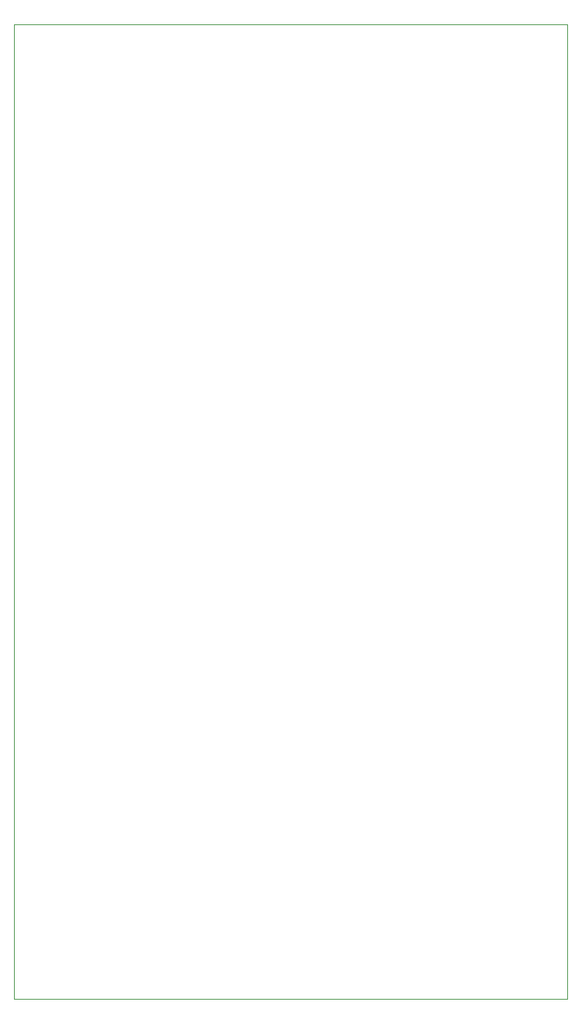
<source format=gbr>
%TF.GenerationSoftware,KiCad,Pcbnew,6.0.0*%
%TF.CreationDate,2022-01-29T19:02:30+01:00*%
%TF.ProjectId,clock-board,636c6f63-6b2d-4626-9f61-72642e6b6963,rev?*%
%TF.SameCoordinates,Original*%
%TF.FileFunction,Profile,NP*%
%FSLAX46Y46*%
G04 Gerber Fmt 4.6, Leading zero omitted, Abs format (unit mm)*
G04 Created by KiCad (PCBNEW 6.0.0) date 2022-01-29 19:02:30*
%MOMM*%
%LPD*%
G01*
G04 APERTURE LIST*
%TA.AperFunction,Profile*%
%ADD10C,0.100000*%
%TD*%
G04 APERTURE END LIST*
D10*
X57150000Y-53340000D02*
X120650000Y-53340000D01*
X120650000Y-53340000D02*
X120650000Y-165100000D01*
X120650000Y-165100000D02*
X57150000Y-165100000D01*
X57150000Y-165100000D02*
X57150000Y-53340000D01*
M02*

</source>
